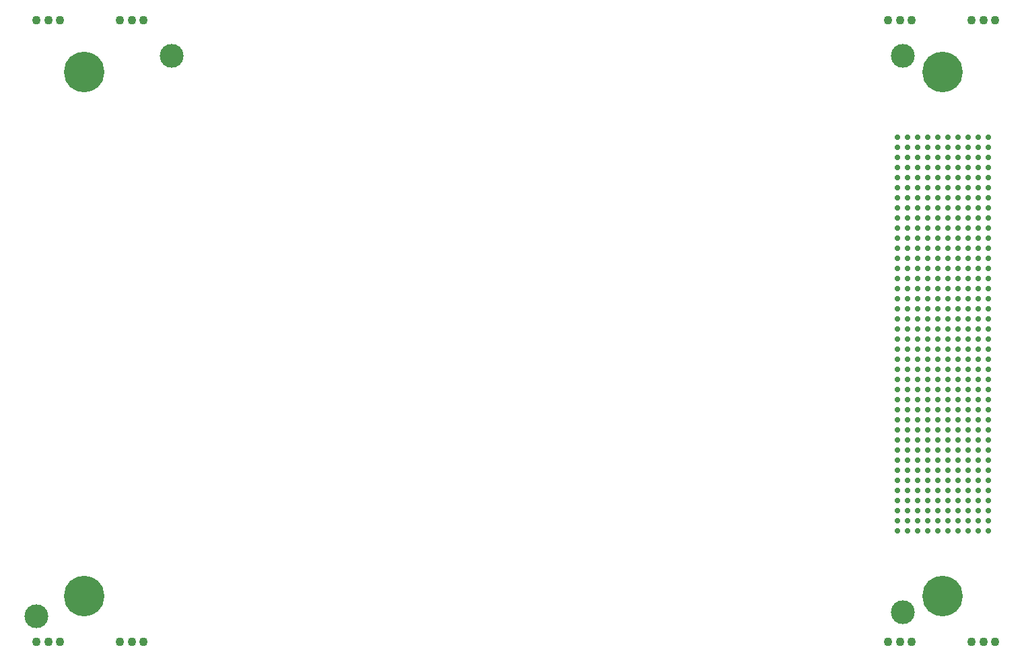
<source format=gts>
G04*
G04 #@! TF.GenerationSoftware,Altium Limited,Altium Designer,21.8.1 (53)*
G04*
G04 Layer_Color=8388736*
%FSAX43Y43*%
%MOMM*%
G71*
G04*
G04 #@! TF.SameCoordinates,1811E041-B113-4E41-AA8A-15301D721C4D*
G04*
G04*
G04 #@! TF.FilePolarity,Negative*
G04*
G01*
G75*
%ADD12C,3.000*%
%ADD13C,0.737*%
%ADD14C,0.100*%
%ADD15C,1.100*%
%ADD16C,5.100*%
D12*
X0430000Y0116000D02*
D03*
Y0186000D02*
D03*
X0321000Y0115500D02*
D03*
X0338000Y0186000D02*
D03*
D13*
X0429294Y0126235D02*
D03*
X0430564D02*
D03*
X0431834D02*
D03*
X0433104D02*
D03*
X0434374D02*
D03*
X0435644D02*
D03*
X0436914D02*
D03*
X0438184D02*
D03*
X0439454D02*
D03*
X0440724D02*
D03*
X0429294Y0127505D02*
D03*
X0430564D02*
D03*
X0431834D02*
D03*
X0433104D02*
D03*
X0434374D02*
D03*
X0435644D02*
D03*
X0436914D02*
D03*
X0438184D02*
D03*
X0439454D02*
D03*
X0440724D02*
D03*
X0429294Y0128775D02*
D03*
X0430564D02*
D03*
X0431834D02*
D03*
X0433104D02*
D03*
X0434374D02*
D03*
X0435644D02*
D03*
X0436914D02*
D03*
X0438184D02*
D03*
X0439454D02*
D03*
X0440724D02*
D03*
X0429294Y0130045D02*
D03*
X0430564D02*
D03*
X0431834D02*
D03*
X0433104D02*
D03*
X0434374D02*
D03*
X0435644D02*
D03*
X0436914D02*
D03*
X0438184D02*
D03*
X0439454D02*
D03*
X0440724D02*
D03*
X0429294Y0131315D02*
D03*
X0430564D02*
D03*
X0431834D02*
D03*
X0433104D02*
D03*
X0434374D02*
D03*
X0435644D02*
D03*
X0436914D02*
D03*
X0438184D02*
D03*
X0439454D02*
D03*
X0440724D02*
D03*
X0429294Y0132585D02*
D03*
X0430564D02*
D03*
X0431834D02*
D03*
X0433104D02*
D03*
X0434374D02*
D03*
X0435644D02*
D03*
X0436914D02*
D03*
X0438184D02*
D03*
X0439454D02*
D03*
X0440724D02*
D03*
X0429294Y0133855D02*
D03*
X0430564D02*
D03*
X0431834D02*
D03*
X0433104D02*
D03*
X0434374D02*
D03*
X0435644D02*
D03*
X0436914D02*
D03*
X0438184D02*
D03*
X0439454D02*
D03*
X0440724D02*
D03*
X0429294Y0135125D02*
D03*
X0430564D02*
D03*
X0431834D02*
D03*
X0433104D02*
D03*
X0434374D02*
D03*
X0435644D02*
D03*
X0436914D02*
D03*
X0438184D02*
D03*
X0439454D02*
D03*
X0440724D02*
D03*
X0429294Y0136395D02*
D03*
X0430564D02*
D03*
X0431834D02*
D03*
X0433104D02*
D03*
X0434374D02*
D03*
X0435644D02*
D03*
X0436914D02*
D03*
X0438184D02*
D03*
X0439454D02*
D03*
X0440724D02*
D03*
X0429294Y0137665D02*
D03*
X0430564D02*
D03*
X0431834D02*
D03*
X0433104D02*
D03*
X0434374D02*
D03*
X0435644D02*
D03*
X0436914D02*
D03*
X0438184D02*
D03*
X0439454D02*
D03*
X0440724D02*
D03*
X0429294Y0138935D02*
D03*
X0430564D02*
D03*
X0431834D02*
D03*
X0433104D02*
D03*
X0434374D02*
D03*
X0435644D02*
D03*
X0436914D02*
D03*
X0438184D02*
D03*
X0439454D02*
D03*
X0440724D02*
D03*
X0429294Y0140205D02*
D03*
X0430564D02*
D03*
X0431834D02*
D03*
X0433104D02*
D03*
X0434374D02*
D03*
X0435644D02*
D03*
X0436914D02*
D03*
X0438184D02*
D03*
X0439454D02*
D03*
X0440724D02*
D03*
X0429294Y0141475D02*
D03*
X0430564D02*
D03*
X0431834D02*
D03*
X0433104D02*
D03*
X0434374D02*
D03*
X0435644D02*
D03*
X0436914D02*
D03*
X0438184D02*
D03*
X0439454D02*
D03*
X0440724D02*
D03*
X0429294Y0142745D02*
D03*
X0430564D02*
D03*
X0431834D02*
D03*
X0433104D02*
D03*
X0434374D02*
D03*
X0435644D02*
D03*
X0436914D02*
D03*
X0438184D02*
D03*
X0439454D02*
D03*
X0440724D02*
D03*
X0429294Y0144015D02*
D03*
X0430564D02*
D03*
X0431834D02*
D03*
X0433104D02*
D03*
X0434374D02*
D03*
X0435644D02*
D03*
X0436914D02*
D03*
X0438184D02*
D03*
X0439454D02*
D03*
X0440724D02*
D03*
X0429294Y0145285D02*
D03*
X0430564D02*
D03*
X0431834D02*
D03*
X0433104D02*
D03*
X0434374D02*
D03*
X0435644D02*
D03*
X0436914D02*
D03*
X0438184D02*
D03*
X0439454D02*
D03*
X0440724D02*
D03*
X0429294Y0146555D02*
D03*
X0430564D02*
D03*
X0431834D02*
D03*
X0433104D02*
D03*
X0434374D02*
D03*
X0435644D02*
D03*
X0436914D02*
D03*
X0438184D02*
D03*
X0439454D02*
D03*
X0440724D02*
D03*
X0429294Y0147825D02*
D03*
X0430564D02*
D03*
X0431834D02*
D03*
X0433104D02*
D03*
X0434374D02*
D03*
X0435644D02*
D03*
X0436914D02*
D03*
X0438184D02*
D03*
X0439454D02*
D03*
X0440724D02*
D03*
X0429294Y0149095D02*
D03*
X0430564D02*
D03*
X0431834D02*
D03*
X0433104D02*
D03*
X0434374D02*
D03*
X0435644D02*
D03*
X0436914D02*
D03*
X0438184D02*
D03*
X0439454D02*
D03*
X0440724D02*
D03*
X0429294Y0150365D02*
D03*
X0430564D02*
D03*
X0431834D02*
D03*
X0433104D02*
D03*
X0434374D02*
D03*
X0435644D02*
D03*
X0436914D02*
D03*
X0438184D02*
D03*
X0439454D02*
D03*
X0440724D02*
D03*
X0429294Y0151635D02*
D03*
X0430564D02*
D03*
X0431834D02*
D03*
X0433104D02*
D03*
X0434374D02*
D03*
X0435644D02*
D03*
X0436914D02*
D03*
X0438184D02*
D03*
X0439454D02*
D03*
X0440724D02*
D03*
X0429294Y0152905D02*
D03*
X0430564D02*
D03*
X0431834D02*
D03*
X0433104D02*
D03*
X0434374D02*
D03*
X0435644D02*
D03*
X0436914D02*
D03*
X0438184D02*
D03*
X0439454D02*
D03*
X0440724D02*
D03*
X0429294Y0154175D02*
D03*
X0430564D02*
D03*
X0431834D02*
D03*
X0433104D02*
D03*
X0434374D02*
D03*
X0435644D02*
D03*
X0436914D02*
D03*
X0438184D02*
D03*
X0439454D02*
D03*
X0440724D02*
D03*
X0429294Y0155445D02*
D03*
X0430564D02*
D03*
X0431834D02*
D03*
X0433104D02*
D03*
X0434374D02*
D03*
X0435644D02*
D03*
X0436914D02*
D03*
X0438184D02*
D03*
X0439454D02*
D03*
X0440724D02*
D03*
X0429294Y0156715D02*
D03*
X0430564D02*
D03*
X0431834D02*
D03*
X0433104D02*
D03*
X0434374D02*
D03*
X0435644D02*
D03*
X0436914D02*
D03*
X0438184D02*
D03*
X0439454D02*
D03*
X0440724D02*
D03*
X0429294Y0157985D02*
D03*
X0430564D02*
D03*
X0431834D02*
D03*
X0433104D02*
D03*
X0434374D02*
D03*
X0435644D02*
D03*
X0436914D02*
D03*
X0438184D02*
D03*
X0439454D02*
D03*
X0440724D02*
D03*
X0429294Y0159255D02*
D03*
X0430564D02*
D03*
X0431834D02*
D03*
X0433104D02*
D03*
X0434374D02*
D03*
X0435644D02*
D03*
X0436914D02*
D03*
X0438184D02*
D03*
X0439454D02*
D03*
X0440724D02*
D03*
X0429294Y0160525D02*
D03*
X0430564D02*
D03*
X0431834D02*
D03*
X0433104D02*
D03*
X0434374D02*
D03*
X0435644D02*
D03*
X0436914D02*
D03*
X0438184D02*
D03*
X0439454D02*
D03*
X0440724D02*
D03*
X0429294Y0161795D02*
D03*
X0430564D02*
D03*
X0431834D02*
D03*
X0433104D02*
D03*
X0434374D02*
D03*
X0435644D02*
D03*
X0436914D02*
D03*
X0438184D02*
D03*
X0439454D02*
D03*
X0440724D02*
D03*
X0429294Y0163065D02*
D03*
X0430564D02*
D03*
X0431834D02*
D03*
X0433104D02*
D03*
X0434374D02*
D03*
X0435644D02*
D03*
X0436914D02*
D03*
X0438184D02*
D03*
X0439454D02*
D03*
X0440724D02*
D03*
X0429294Y0164335D02*
D03*
X0430564D02*
D03*
X0431834D02*
D03*
X0433104D02*
D03*
X0434374D02*
D03*
X0435644D02*
D03*
X0436914D02*
D03*
X0438184D02*
D03*
X0439454D02*
D03*
X0440724D02*
D03*
X0429294Y0165605D02*
D03*
X0430564D02*
D03*
X0431834D02*
D03*
X0433104D02*
D03*
X0434374D02*
D03*
X0435644D02*
D03*
X0436914D02*
D03*
X0438184D02*
D03*
X0439454D02*
D03*
X0440724D02*
D03*
X0429294Y0166875D02*
D03*
X0430564D02*
D03*
X0431834D02*
D03*
X0433104D02*
D03*
X0434374D02*
D03*
X0435644D02*
D03*
X0436914D02*
D03*
X0438184D02*
D03*
X0439454D02*
D03*
X0440724D02*
D03*
X0429294Y0168145D02*
D03*
X0430564D02*
D03*
X0431834D02*
D03*
X0433104D02*
D03*
X0434374D02*
D03*
X0435644D02*
D03*
X0436914D02*
D03*
X0438184D02*
D03*
X0439454D02*
D03*
X0440724D02*
D03*
X0429294Y0169415D02*
D03*
X0430564D02*
D03*
X0431834D02*
D03*
X0433104D02*
D03*
X0434374D02*
D03*
X0435644D02*
D03*
X0436914D02*
D03*
X0438184D02*
D03*
X0439454D02*
D03*
X0440724D02*
D03*
X0429294Y0170685D02*
D03*
X0430564D02*
D03*
X0431834D02*
D03*
X0433104D02*
D03*
X0434374D02*
D03*
X0435644D02*
D03*
X0436914D02*
D03*
X0438184D02*
D03*
X0439454D02*
D03*
X0440724D02*
D03*
X0429294Y0171955D02*
D03*
X0430564D02*
D03*
X0431834D02*
D03*
X0433104D02*
D03*
X0434374D02*
D03*
X0435644D02*
D03*
X0436914D02*
D03*
X0438184D02*
D03*
X0439454D02*
D03*
X0440724D02*
D03*
X0429294Y0173225D02*
D03*
X0430564D02*
D03*
X0431834D02*
D03*
X0433104D02*
D03*
X0434374D02*
D03*
X0435644D02*
D03*
X0436914D02*
D03*
X0438184D02*
D03*
X0439454D02*
D03*
X0440724D02*
D03*
X0429294Y0174495D02*
D03*
X0430564D02*
D03*
X0431834D02*
D03*
X0433104D02*
D03*
X0434374D02*
D03*
X0435644D02*
D03*
X0436914D02*
D03*
X0438184D02*
D03*
X0439454D02*
D03*
X0440724D02*
D03*
X0429294Y0175765D02*
D03*
X0430564D02*
D03*
X0431834D02*
D03*
X0433104D02*
D03*
X0434374D02*
D03*
X0435644D02*
D03*
X0436914D02*
D03*
X0438184D02*
D03*
X0439454D02*
D03*
X0440724D02*
D03*
D14*
X0327000Y0123809D02*
D03*
X0330048Y0178191D02*
D03*
D15*
X0331500Y0190500D02*
D03*
X0333000D02*
D03*
X0334500D02*
D03*
X0431100Y0112250D02*
D03*
X0429600D02*
D03*
X0428100D02*
D03*
X0331500Y0112250D02*
D03*
X0333000D02*
D03*
X0334500D02*
D03*
X0428100Y0190500D02*
D03*
X0429600D02*
D03*
X0431100D02*
D03*
X0441600Y0190500D02*
D03*
X0440100D02*
D03*
X0438600D02*
D03*
X0441600Y0112250D02*
D03*
X0440100D02*
D03*
X0438600D02*
D03*
X0321000D02*
D03*
X0322500D02*
D03*
X0324000D02*
D03*
X0324000Y0190500D02*
D03*
X0322500D02*
D03*
X0321000D02*
D03*
D16*
X0435000Y0184000D02*
D03*
Y0118000D02*
D03*
X0327000Y0184000D02*
D03*
X0327000Y0118000D02*
D03*
M02*

</source>
